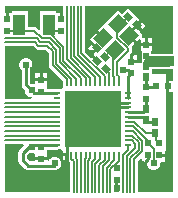
<source format=gtl>
G04 Layer_Physical_Order=1*
G04 Layer_Color=255*
%FSLAX24Y24*%
%MOIN*%
G70*
G01*
G75*
%ADD10R,0.0400X0.0370*%
G04:AMPARAMS|DCode=11|XSize=47.2mil|YSize=43.3mil|CornerRadius=0mil|HoleSize=0mil|Usage=FLASHONLY|Rotation=225.000|XOffset=0mil|YOffset=0mil|HoleType=Round|Shape=Rectangle|*
%AMROTATEDRECTD11*
4,1,4,0.0014,0.0320,0.0320,0.0014,-0.0014,-0.0320,-0.0320,-0.0014,0.0014,0.0320,0.0*
%
%ADD11ROTATEDRECTD11*%

G04:AMPARAMS|DCode=12|XSize=19.7mil|YSize=23.6mil|CornerRadius=0mil|HoleSize=0mil|Usage=FLASHONLY|Rotation=45.000|XOffset=0mil|YOffset=0mil|HoleType=Round|Shape=Rectangle|*
%AMROTATEDRECTD12*
4,1,4,0.0014,-0.0153,-0.0153,0.0014,-0.0014,0.0153,0.0153,-0.0014,0.0014,-0.0153,0.0*
%
%ADD12ROTATEDRECTD12*%

%ADD13R,0.0197X0.0236*%
%ADD14R,0.0236X0.0197*%
%ADD15R,0.0197X0.0256*%
%ADD16R,0.0217X0.0236*%
%ADD17R,0.1850X0.1850*%
%ADD18O,0.0079X0.0256*%
%ADD19O,0.0256X0.0079*%
%ADD20R,0.0394X0.0709*%
%ADD21C,0.0060*%
%ADD22C,0.0080*%
%ADD23C,0.0370*%
%ADD24C,0.0090*%
%ADD25C,0.0240*%
%ADD26C,0.0260*%
G36*
X2670Y2169D02*
X2517D01*
X2510Y2170D01*
X1948D01*
Y2269D01*
X1988D01*
Y2437D01*
X1790D01*
Y2487D01*
D01*
Y2437D01*
X1592D01*
Y2269D01*
X1632D01*
Y1982D01*
X1631Y1979D01*
X1626Y1952D01*
X1625Y1924D01*
X1625Y1910D01*
X1605Y1879D01*
X1582Y1860D01*
X1488D01*
Y1867D01*
X1290D01*
Y1967D01*
X1488D01*
Y2135D01*
X1275D01*
X1256Y2181D01*
X1262Y2188D01*
X1275Y2203D01*
X1286Y2221D01*
X1294Y2240D01*
X1299Y2260D01*
X1300Y2280D01*
Y2360D01*
X1299Y2380D01*
X1294Y2400D01*
X1292Y2405D01*
X1410Y2523D01*
X1186Y2746D01*
X1257Y2817D01*
X1481Y2593D01*
X1545Y2658D01*
X1592Y2639D01*
Y2537D01*
X1740D01*
Y2705D01*
X1658D01*
X1639Y2751D01*
X1683Y2796D01*
X1558Y2921D01*
X1578Y2941D01*
X1424Y3095D01*
X1459Y3131D01*
X1424Y3166D01*
X1564Y3306D01*
X1445Y3425D01*
X1167Y3704D01*
X971Y3508D01*
X846Y3633D01*
X372Y3160D01*
X170Y2957D01*
X394Y2734D01*
X323Y2663D01*
X99Y2887D01*
X-103Y2684D01*
X22Y2559D01*
X12Y2549D01*
X166Y2395D01*
X131Y2359D01*
X166Y2324D01*
X26Y2184D01*
X56Y2153D01*
X32Y2129D01*
X186Y1975D01*
X115Y1904D01*
X-39Y2058D01*
X-47Y2050D01*
X-250Y2252D01*
Y3770D01*
X2670D01*
Y2169D01*
D02*
G37*
G36*
Y1288D02*
X2547D01*
Y1090D01*
Y892D01*
X2670D01*
Y-2430D01*
X1500D01*
Y-1396D01*
X1595Y-1301D01*
X1642Y-1321D01*
Y-1415D01*
X1772D01*
X1808Y-1465D01*
X1808Y-1472D01*
X1810Y-1501D01*
X1815Y-1529D01*
X1825Y-1556D01*
X1837Y-1582D01*
X1854Y-1606D01*
X1873Y-1628D01*
X1894Y-1647D01*
X1918Y-1663D01*
X1944Y-1676D01*
X1971Y-1685D01*
X2000Y-1690D01*
X2028Y-1692D01*
X2057Y-1690D01*
X2085Y-1685D01*
X2113Y-1676D01*
X2139Y-1663D01*
X2163Y-1647D01*
X2184Y-1628D01*
X2203Y-1606D01*
X2219Y-1582D01*
X2232Y-1556D01*
X2241Y-1529D01*
X2247Y-1501D01*
X2249Y-1472D01*
X2248Y-1465D01*
X2285Y-1415D01*
X2418D01*
Y-1247D01*
X2220D01*
Y-1147D01*
X2418D01*
Y-1070D01*
X2430D01*
Y892D01*
X2447D01*
Y1090D01*
Y1288D01*
X2430D01*
Y1500D01*
X1990D01*
Y1679D01*
X2510D01*
X2517Y1679D01*
X2670D01*
Y1288D01*
D02*
G37*
G36*
X-1902Y2358D02*
X-1887Y2344D01*
X-1869Y2334D01*
X-1850Y2326D01*
X-1830Y2321D01*
X-1810Y2320D01*
X-1574D01*
X-1470Y2216D01*
Y1800D01*
X-1469Y1780D01*
X-1464Y1760D01*
X-1456Y1741D01*
X-1445Y1724D01*
X-1432Y1708D01*
X-1006Y1282D01*
X-1006Y1280D01*
Y1102D01*
X-1004Y1080D01*
X-1003Y1075D01*
X-1025Y1025D01*
X-1075Y1003D01*
X-1080Y1004D01*
X-1102Y1006D01*
X-1152D01*
X-1168Y1010D01*
X-1191Y1012D01*
X-1522D01*
Y1265D01*
X-1720D01*
X-1918D01*
Y1199D01*
X-1934Y1183D01*
X-1968Y1166D01*
X-1982Y1171D01*
X-2011Y1177D01*
X-2040Y1179D01*
X-2047Y1178D01*
X-2084Y1214D01*
Y1653D01*
X-2074Y1662D01*
X-2055Y1684D01*
X-2039Y1708D01*
X-2026Y1734D01*
X-2017Y1761D01*
X-2011Y1789D01*
X-2009Y1818D01*
X-2011Y1847D01*
X-2017Y1875D01*
X-2026Y1902D01*
X-2039Y1928D01*
X-2055Y1952D01*
X-2074Y1974D01*
X-2095Y1993D01*
X-2119Y2009D01*
X-2145Y2022D01*
X-2172Y2031D01*
X-2201Y2037D01*
X-2230Y2039D01*
X-2258Y2037D01*
X-2287Y2031D01*
X-2314Y2022D01*
X-2340Y2009D01*
X-2364Y1993D01*
X-2385Y1974D01*
X-2404Y1952D01*
X-2420Y1928D01*
X-2433Y1902D01*
X-2442Y1875D01*
X-2448Y1847D01*
X-2450Y1818D01*
X-2448Y1789D01*
X-2442Y1761D01*
X-2433Y1734D01*
X-2420Y1708D01*
X-2404Y1684D01*
X-2385Y1662D01*
X-2375Y1653D01*
Y1148D01*
X-2373Y1125D01*
X-2368Y1103D01*
X-2359Y1082D01*
X-2347Y1063D01*
X-2332Y1045D01*
X-2259Y972D01*
X-2260Y958D01*
X-2258Y929D01*
X-2252Y901D01*
X-2243Y874D01*
X-2230Y848D01*
X-2214Y824D01*
X-2195Y802D01*
X-2174Y783D01*
X-2150Y767D01*
X-2124Y754D01*
X-2097Y745D01*
X-2068Y740D01*
X-2040Y738D01*
X-2033Y730D01*
X-2055Y680D01*
X-2911D01*
Y2440D01*
X-1984D01*
X-1902Y2358D01*
D02*
G37*
G36*
X-990Y3555D02*
X-1000D01*
Y3337D01*
X-1100D01*
Y3555D01*
X-1161D01*
Y3594D01*
X-1755D01*
Y2994D01*
X-1801Y2975D01*
X-1861Y3035D01*
X-1876Y3049D01*
X-1894Y3059D01*
X-1913Y3067D01*
X-1933Y3072D01*
X-1953Y3074D01*
X-2145D01*
Y3594D01*
X-2739D01*
Y3555D01*
X-2800D01*
Y3337D01*
X-2900D01*
Y3555D01*
X-2911D01*
Y3770D01*
X-990D01*
Y3555D01*
D02*
G37*
G36*
X-2299Y-885D02*
X-2442Y-1029D01*
X-2457Y-1046D01*
X-2469Y-1066D01*
X-2478Y-1087D01*
X-2483Y-1109D01*
X-2485Y-1132D01*
Y-1362D01*
X-2483Y-1385D01*
X-2478Y-1407D01*
X-2469Y-1428D01*
X-2457Y-1447D01*
X-2442Y-1465D01*
X-2259Y-1648D01*
X-2242Y-1663D01*
X-2222Y-1675D01*
X-2201Y-1683D01*
X-2179Y-1689D01*
X-2156Y-1690D01*
X-1301D01*
X-1301Y-1690D01*
X-1272Y-1692D01*
X-1244Y-1690D01*
X-1215Y-1685D01*
X-1188Y-1676D01*
X-1162Y-1663D01*
X-1138Y-1647D01*
X-1116Y-1628D01*
X-1097Y-1606D01*
X-1081Y-1582D01*
X-1069Y-1556D01*
X-1059Y-1529D01*
X-1054Y-1501D01*
X-1052Y-1472D01*
X-1054Y-1443D01*
X-1059Y-1415D01*
X-1069Y-1388D01*
X-1081Y-1362D01*
X-1097Y-1338D01*
X-1116Y-1316D01*
X-1138Y-1297D01*
X-1162Y-1281D01*
X-1188Y-1268D01*
X-1215Y-1259D01*
X-1244Y-1253D01*
X-1272Y-1251D01*
X-1301Y-1253D01*
X-1329Y-1259D01*
X-1357Y-1268D01*
X-1383Y-1281D01*
X-1407Y-1297D01*
X-1428Y-1316D01*
X-1447Y-1338D01*
X-1463Y-1362D01*
X-1472Y-1378D01*
X-1504Y-1376D01*
X-1522Y-1369D01*
Y-1367D01*
X-1918D01*
Y-1400D01*
X-2096D01*
X-2194Y-1302D01*
Y-1192D01*
X-2115Y-1113D01*
X-2094Y-1124D01*
X-2067Y-1133D01*
X-2039Y-1139D01*
X-2010Y-1140D01*
X-1981Y-1139D01*
X-1968Y-1136D01*
X-1965Y-1136D01*
X-1934Y-1156D01*
X-1918Y-1174D01*
Y-1267D01*
X-1522D01*
Y-1012D01*
X-1181D01*
X-1158Y-1010D01*
X-1142Y-1006D01*
X-1102D01*
X-1080Y-1004D01*
X-1075Y-1003D01*
X-1025Y-1025D01*
X-1003Y-1075D01*
X-1004Y-1080D01*
X-1006Y-1102D01*
Y-1141D01*
X-866D01*
Y-1191D01*
X-848D01*
Y-1280D01*
X-847Y-1301D01*
X-842Y-1323D01*
X-838Y-1332D01*
X-837Y-1338D01*
X-833Y-1358D01*
X-825Y-1376D01*
X-816Y-1391D01*
Y-1410D01*
X-805Y-1405D01*
X-801Y-1409D01*
X-760Y-1450D01*
Y-2430D01*
X-2911D01*
Y-839D01*
X-2318D01*
X-2299Y-885D01*
D02*
G37*
G36*
X850Y-2245D02*
X880D01*
Y-2430D01*
X711D01*
Y-2245D01*
X750D01*
Y-2027D01*
X850D01*
Y-2245D01*
D02*
G37*
%LPC*%
G36*
X1988Y2705D02*
X1840D01*
Y2537D01*
X1988D01*
Y2705D01*
D02*
G37*
G36*
X1635Y3236D02*
X1530Y3131D01*
X1649Y3012D01*
X1754Y3117D01*
X1635Y3236D01*
D02*
G37*
G36*
X-59Y2478D02*
X-164Y2373D01*
X-45Y2254D01*
X60Y2359D01*
X-59Y2478D01*
D02*
G37*
G36*
X-1770Y1533D02*
X-1918D01*
Y1365D01*
X-1770D01*
Y1533D01*
D02*
G37*
G36*
X-1522D02*
X-1670D01*
Y1365D01*
X-1522D01*
Y1533D01*
D02*
G37*
G36*
X-916Y-1241D02*
X-1006D01*
Y-1280D01*
X-1004Y-1301D01*
X-999Y-1323D01*
X-991Y-1343D01*
X-979Y-1362D01*
X-965Y-1378D01*
X-948Y-1393D01*
X-930Y-1404D01*
X-916Y-1410D01*
Y-1241D01*
D02*
G37*
%LPD*%
D10*
X2510Y1924D02*
D03*
D11*
X1221Y2782D02*
D03*
X832Y3171D02*
D03*
X748Y2308D02*
D03*
X358Y2698D02*
D03*
D12*
X1181Y3409D02*
D03*
X1459Y3131D02*
D03*
X409Y2081D02*
D03*
X131Y2359D02*
D03*
X429Y1661D02*
D03*
X151Y1939D02*
D03*
D13*
X2220Y-803D02*
D03*
Y-1197D02*
D03*
X1790Y673D02*
D03*
Y1067D02*
D03*
Y2093D02*
D03*
Y2487D02*
D03*
X-1720Y921D02*
D03*
Y1315D02*
D03*
X1290Y1523D02*
D03*
Y1917D02*
D03*
X1840Y-803D02*
D03*
Y-1197D02*
D03*
X-1720Y-923D02*
D03*
Y-1317D02*
D03*
X-1050Y3337D02*
D03*
Y2943D02*
D03*
X-2850Y3337D02*
D03*
Y2943D02*
D03*
D14*
X2103Y1090D02*
D03*
X2497D02*
D03*
D15*
X1790Y347D02*
D03*
Y-27D02*
D03*
X2070Y-103D02*
D03*
Y-477D02*
D03*
X1790Y1767D02*
D03*
Y1393D02*
D03*
D16*
X800Y-1633D02*
D03*
Y-2027D02*
D03*
D17*
X-0Y0D02*
D03*
D18*
X-866Y1191D02*
D03*
X-709D02*
D03*
X-551D02*
D03*
X-394D02*
D03*
X-236D02*
D03*
X-79D02*
D03*
X79D02*
D03*
X236D02*
D03*
X394D02*
D03*
X551D02*
D03*
X709D02*
D03*
X866D02*
D03*
Y-1191D02*
D03*
X709D02*
D03*
X551D02*
D03*
X394D02*
D03*
X236D02*
D03*
X79D02*
D03*
X-79D02*
D03*
X-236D02*
D03*
X-394D02*
D03*
X-551D02*
D03*
X-709D02*
D03*
X-866D02*
D03*
D19*
X1191Y866D02*
D03*
Y709D02*
D03*
Y551D02*
D03*
Y394D02*
D03*
Y236D02*
D03*
Y79D02*
D03*
Y-79D02*
D03*
Y-236D02*
D03*
Y-394D02*
D03*
Y-551D02*
D03*
Y-709D02*
D03*
Y-866D02*
D03*
X-1191D02*
D03*
Y-709D02*
D03*
Y-551D02*
D03*
Y-394D02*
D03*
Y-236D02*
D03*
Y-79D02*
D03*
Y79D02*
D03*
Y236D02*
D03*
Y394D02*
D03*
Y551D02*
D03*
Y709D02*
D03*
Y866D02*
D03*
D20*
X-1458Y3140D02*
D03*
X-2442D02*
D03*
D21*
X-980Y1949D02*
Y2420D01*
X-1100Y1900D02*
Y2370D01*
X-1220Y1850D02*
Y2320D01*
X-1340Y1800D02*
Y2270D01*
X-1810Y2450D02*
X-1520D01*
X-2920Y2570D02*
X-1930D01*
X-1810Y2450D01*
X-1750Y2570D02*
X-1470D01*
X-2920Y2690D02*
X-1870D01*
X-1750Y2570D01*
X-2850Y2943D02*
X-1953D01*
X-1700Y2690D01*
X-1420D01*
X-1261Y2943D02*
X-1050D01*
X-1465Y2905D02*
X-980Y2420D01*
X-1420Y2690D02*
X-1100Y2370D01*
X-1470Y2570D02*
X-1220Y2320D01*
X-1520Y2450D02*
X-1340Y2270D01*
X-380Y2198D02*
Y3779D01*
X-500Y2148D02*
Y3779D01*
X-620Y2099D02*
Y3779D01*
X-740Y2049D02*
Y3779D01*
X-860Y1999D02*
Y3779D01*
X-2919Y-709D02*
X-1181D01*
X-2919Y-551D02*
X-1181D01*
X-2919Y-394D02*
X-1181D01*
X-2919Y-236D02*
X-1181D01*
X-2919Y-79D02*
X-1181D01*
X-2919Y79D02*
X-1181D01*
X-2919Y236D02*
X-1181D01*
X-2919Y394D02*
X-1181D01*
X-709Y1181D02*
Y1339D01*
X-551Y1181D02*
Y1351D01*
X-394Y1181D02*
Y1363D01*
X-236Y1181D02*
Y1375D01*
X-79Y1181D02*
Y1388D01*
X79Y1181D02*
Y1400D01*
X236Y1181D02*
Y1412D01*
X394Y1181D02*
Y1424D01*
X-866Y1181D02*
Y1326D01*
X-1340Y1800D02*
X-866Y1326D01*
X-1220Y1850D02*
X-709Y1339D01*
X-1100Y1900D02*
X-551Y1351D01*
X-980Y1949D02*
X-394Y1363D01*
X-860Y1999D02*
X-236Y1375D01*
X-740Y2049D02*
X-79Y1388D01*
X-620Y2099D02*
X79Y1400D01*
X-500Y2148D02*
X236Y1412D01*
X-380Y2198D02*
X394Y1424D01*
X810Y2720D02*
X1170Y2360D01*
X810Y2720D02*
Y3038D01*
X1181Y3409D01*
X409Y2081D02*
X618Y2290D01*
X1170Y2280D02*
Y2360D01*
X618Y2290D02*
X709D01*
X709Y1191D02*
Y1411D01*
X709Y1181D02*
Y1191D01*
Y2269D02*
Y2290D01*
Y2269D02*
X748Y2308D01*
X681Y2241D02*
X709Y2269D01*
X681Y1439D02*
X709Y1411D01*
X681Y1439D02*
Y2241D01*
X866Y1191D02*
Y1424D01*
X801Y1489D02*
X866Y1424D01*
X801Y1489D02*
Y1911D01*
X1170Y2280D01*
X1529Y-1014D02*
Y-763D01*
X1649Y-1064D02*
Y-713D01*
X1181Y-236D02*
X1342D01*
X1840Y-735D01*
Y-803D02*
Y-735D01*
X-2919Y550D02*
X-1220D01*
X1840Y-803D02*
X2028Y-992D01*
Y-1464D02*
Y-992D01*
X1181Y-709D02*
X1305D01*
X1409Y-813D01*
X1181Y-551D02*
X1317D01*
X1529Y-763D01*
X1181Y-394D02*
X1329D01*
X1649Y-713D01*
X1181Y-1022D02*
Y-866D01*
X1010Y-1193D02*
X1181Y-1022D01*
X1409Y-964D02*
Y-813D01*
X1130Y-1243D02*
X1409Y-964D01*
X1250Y-1293D02*
X1529Y-1014D01*
X1370Y-1342D02*
X1649Y-1064D01*
X-709Y-1191D02*
Y-1181D01*
X-630Y-2440D02*
Y-1396D01*
X-709Y-1317D02*
X-630Y-1396D01*
X-709Y-1317D02*
Y-1191D01*
X-510Y-2440D02*
Y-1347D01*
X-551Y-1305D02*
X-510Y-1347D01*
X-551Y-1305D02*
Y-1191D01*
X-390Y-2440D02*
Y-1282D01*
X-394Y-1278D02*
X-390Y-1282D01*
X-394Y-1278D02*
Y-1191D01*
X-236Y-1296D02*
Y-1191D01*
X-270Y-2440D02*
Y-1329D01*
X-236Y-1296D01*
X-150Y-1379D02*
X-79Y-1308D01*
X-150Y-2440D02*
Y-1379D01*
X-29Y-1428D02*
X79Y-1321D01*
X-29Y-2440D02*
Y-1428D01*
X91Y-1478D02*
X236Y-1333D01*
X91Y-2440D02*
Y-1478D01*
X-79Y-1308D02*
Y-1191D01*
X580Y-1669D02*
X866Y-1383D01*
X580Y-2440D02*
Y-1669D01*
X866Y-1191D02*
Y-1181D01*
X866Y-1383D02*
Y-1191D01*
X460Y-1619D02*
X709Y-1371D01*
X709Y-1191D02*
Y-1181D01*
X460Y-2440D02*
Y-1619D01*
X709Y-1371D02*
Y-1191D01*
X340Y-1569D02*
X551Y-1358D01*
X551Y-1191D02*
Y-1181D01*
X340Y-2440D02*
Y-1569D01*
X551Y-1358D02*
Y-1191D01*
X220Y-2440D02*
Y-1519D01*
X394Y-1346D01*
X394Y-1191D02*
Y-1181D01*
X394Y-1346D02*
Y-1191D01*
X236D02*
Y-1181D01*
X236Y-1333D02*
Y-1191D01*
X79D02*
Y-1181D01*
X79Y-1321D02*
Y-1191D01*
X-79D02*
Y-1181D01*
X-394Y-1191D02*
Y-1181D01*
X1370Y-2440D02*
Y-1342D01*
X1250Y-2440D02*
Y-1293D01*
X1130Y-2440D02*
Y-1243D01*
X1010Y-2440D02*
Y-1193D01*
D22*
X2120Y-703D02*
X2220Y-803D01*
X1766Y-477D02*
X2070D01*
X2120Y-703D02*
Y-527D01*
X2070Y-477D02*
X2120Y-527D01*
X1368Y-79D02*
X1766Y-477D01*
X1181Y-79D02*
X1368D01*
X429Y1661D02*
X551Y1539D01*
Y1181D02*
Y1539D01*
D23*
X1870Y1924D02*
X2510D01*
D24*
X1790Y2487D02*
Y2840D01*
X1866Y-103D02*
X2070D01*
X1679Y236D02*
X1790Y347D01*
X1684Y79D02*
X1866Y-103D01*
X1790Y347D02*
Y683D01*
X1181Y236D02*
X1679D01*
X1181Y79D02*
X1684D01*
X1793Y1070D02*
X2133D01*
X1790Y1067D02*
Y1393D01*
X1290Y2150D02*
X1390Y2250D01*
X1290Y1917D02*
Y2150D01*
X-866Y-866D02*
X0Y0D01*
X-866Y-1181D02*
Y-866D01*
X551Y551D02*
X1181D01*
X394Y394D02*
X1181D01*
X1181Y1414D02*
X1290Y1523D01*
X1181Y709D02*
Y1414D01*
X1221Y2782D02*
Y2893D01*
X1459Y3131D01*
X1020Y1650D02*
X1163D01*
X1290Y1523D01*
X1410Y2250D02*
Y2593D01*
X1221Y2782D02*
X1410Y2593D01*
X1390Y2250D02*
X1410D01*
X1420D01*
X-2040Y958D02*
X-1948Y866D01*
X-1191D01*
X-2230Y1148D02*
X-2040Y958D01*
X-2230Y1148D02*
Y1818D01*
X-2156Y-1545D02*
X-1296D01*
X-2340Y-1362D02*
X-2156Y-1545D01*
X-2340Y-1362D02*
Y-1132D01*
X-2128Y-920D01*
X-2010D01*
X-1996Y-866D02*
X-1181D01*
X1840Y-1332D02*
Y-1197D01*
X1752Y-1420D02*
X1840Y-1332D01*
X-866Y-1418D02*
Y-1191D01*
X-920Y-1472D02*
X-866Y-1418D01*
X-1296Y-1545D02*
X-1222Y-1472D01*
D25*
X-2790Y808D02*
D03*
X-2790Y2320D02*
D03*
X-1950Y3190D02*
D03*
X-130Y3650D02*
D03*
X2550D02*
D03*
X-2790D02*
D03*
X-1110D02*
D03*
X-2790Y-960D02*
D03*
X-2790Y-2310D02*
D03*
X2550Y-1480D02*
D03*
X1620Y-1480D02*
D03*
X2550Y1550D02*
D03*
Y2290D02*
D03*
Y700D02*
D03*
X1730Y2880D02*
D03*
X2070Y3400D02*
D03*
X-2040Y-1270D02*
D03*
X1410Y2250D02*
D03*
X-1230Y-1140D02*
D03*
X1020Y1650D02*
D03*
X-70Y2190D02*
D03*
X-2010Y-920D02*
D03*
X-1590Y2130D02*
D03*
X40Y2980D02*
D03*
X-1230Y1208D02*
D03*
X-2040Y958D02*
D03*
X-2230Y1818D02*
D03*
X-1990Y1638D02*
D03*
X-1272Y-1472D02*
D03*
X2028Y-1472D02*
D03*
X-920D02*
D03*
X-880Y-2310D02*
D03*
X1620D02*
D03*
X2550D02*
D03*
X800D02*
D03*
D26*
X709Y-709D02*
D03*
X236D02*
D03*
X-236D02*
D03*
X-709D02*
D03*
X709Y-236D02*
D03*
X236D02*
D03*
X-236D02*
D03*
X-709D02*
D03*
X709Y236D02*
D03*
X236D02*
D03*
X-236D02*
D03*
X-709D02*
D03*
X709Y709D02*
D03*
X236D02*
D03*
X-236D02*
D03*
X-709D02*
D03*
M02*

</source>
